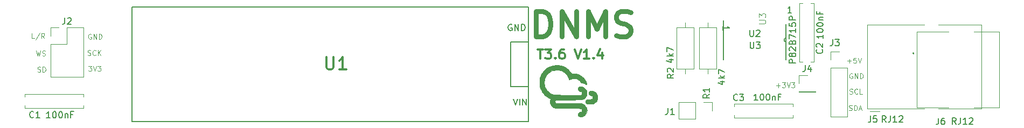
<source format=gbr>
G04 #@! TF.GenerationSoftware,KiCad,Pcbnew,(5.1.5)-3*
G04 #@! TF.CreationDate,2020-08-25T13:18:29+02:00*
G04 #@! TF.ProjectId,DNMS,444e4d53-2e6b-4696-9361-645f70636258,0.9.0*
G04 #@! TF.SameCoordinates,Original*
G04 #@! TF.FileFunction,Legend,Top*
G04 #@! TF.FilePolarity,Positive*
%FSLAX46Y46*%
G04 Gerber Fmt 4.6, Leading zero omitted, Abs format (unit mm)*
G04 Created by KiCad (PCBNEW (5.1.5)-3) date 2020-08-25 13:18:29*
%MOMM*%
%LPD*%
G04 APERTURE LIST*
%ADD10C,0.150000*%
%ADD11C,0.200000*%
%ADD12C,0.100000*%
%ADD13C,0.300000*%
%ADD14C,0.750000*%
%ADD15C,0.120000*%
%ADD16C,0.127000*%
%ADD17C,0.152400*%
%ADD18C,0.010000*%
%ADD19C,0.015000*%
G04 APERTURE END LIST*
D10*
X196781230Y-93566240D02*
X196447897Y-93090050D01*
X196209801Y-93566240D02*
X196209801Y-92566240D01*
X196590754Y-92566240D01*
X196685992Y-92613860D01*
X196733611Y-92661479D01*
X196781230Y-92756717D01*
X196781230Y-92899574D01*
X196733611Y-92994812D01*
X196685992Y-93042431D01*
X196590754Y-93090050D01*
X196209801Y-93090050D01*
X197495516Y-92566240D02*
X197495516Y-93280526D01*
X197447897Y-93423383D01*
X197352659Y-93518621D01*
X197209801Y-93566240D01*
X197114563Y-93566240D01*
X198495516Y-93566240D02*
X197924087Y-93566240D01*
X198209801Y-93566240D02*
X198209801Y-92566240D01*
X198114563Y-92709098D01*
X198019325Y-92804336D01*
X197924087Y-92851955D01*
X198876468Y-92661479D02*
X198924087Y-92613860D01*
X199019325Y-92566240D01*
X199257420Y-92566240D01*
X199352659Y-92613860D01*
X199400278Y-92661479D01*
X199447897Y-92756717D01*
X199447897Y-92851955D01*
X199400278Y-92994812D01*
X198828849Y-93566240D01*
X199447897Y-93566240D01*
D11*
X138198361Y-89876380D02*
X138531695Y-90876380D01*
X138865028Y-89876380D01*
X139198361Y-90876380D02*
X139198361Y-89876380D01*
X139674552Y-90876380D02*
X139674552Y-89876380D01*
X140245980Y-90876380D01*
X140245980Y-89876380D01*
X137972895Y-78189200D02*
X137877657Y-78141580D01*
X137734800Y-78141580D01*
X137591942Y-78189200D01*
X137496704Y-78284438D01*
X137449085Y-78379676D01*
X137401466Y-78570152D01*
X137401466Y-78713009D01*
X137449085Y-78903485D01*
X137496704Y-78998723D01*
X137591942Y-79093961D01*
X137734800Y-79141580D01*
X137830038Y-79141580D01*
X137972895Y-79093961D01*
X138020514Y-79046342D01*
X138020514Y-78713009D01*
X137830038Y-78713009D01*
X138449085Y-79141580D02*
X138449085Y-78141580D01*
X139020514Y-79141580D01*
X139020514Y-78141580D01*
X139496704Y-79141580D02*
X139496704Y-78141580D01*
X139734800Y-78141580D01*
X139877657Y-78189200D01*
X139972895Y-78284438D01*
X140020514Y-78379676D01*
X140068133Y-78570152D01*
X140068133Y-78713009D01*
X140020514Y-78903485D01*
X139972895Y-78998723D01*
X139877657Y-79093961D01*
X139734800Y-79141580D01*
X139496704Y-79141580D01*
D10*
X181946514Y-76322180D02*
X181375085Y-76322180D01*
X181660800Y-76322180D02*
X181660800Y-75322180D01*
X181565561Y-75465038D01*
X181470323Y-75560276D01*
X181375085Y-75607895D01*
X171200819Y-79051114D02*
X171200819Y-78479685D01*
X171200819Y-78765400D02*
X172200819Y-78765400D01*
X172057961Y-78670161D01*
X171962723Y-78574923D01*
X171915104Y-78479685D01*
D12*
X179565476Y-87788742D02*
X180175000Y-87788742D01*
X179870238Y-88093504D02*
X179870238Y-87483980D01*
X180479761Y-87293504D02*
X180975000Y-87293504D01*
X180708333Y-87598266D01*
X180822619Y-87598266D01*
X180898809Y-87636361D01*
X180936904Y-87674457D01*
X180975000Y-87750647D01*
X180975000Y-87941123D01*
X180936904Y-88017314D01*
X180898809Y-88055409D01*
X180822619Y-88093504D01*
X180594047Y-88093504D01*
X180517857Y-88055409D01*
X180479761Y-88017314D01*
X181203571Y-87293504D02*
X181470238Y-88093504D01*
X181736904Y-87293504D01*
X181927380Y-87293504D02*
X182422619Y-87293504D01*
X182155952Y-87598266D01*
X182270238Y-87598266D01*
X182346428Y-87636361D01*
X182384523Y-87674457D01*
X182422619Y-87750647D01*
X182422619Y-87941123D01*
X182384523Y-88017314D01*
X182346428Y-88055409D01*
X182270238Y-88093504D01*
X182041666Y-88093504D01*
X181965476Y-88055409D01*
X181927380Y-88017314D01*
X62953971Y-80371904D02*
X62573019Y-80371904D01*
X62573019Y-79571904D01*
X63792066Y-79533809D02*
X63106352Y-80562380D01*
X64515876Y-80371904D02*
X64249209Y-79990952D01*
X64058733Y-80371904D02*
X64058733Y-79571904D01*
X64363495Y-79571904D01*
X64439685Y-79610000D01*
X64477780Y-79648095D01*
X64515876Y-79724285D01*
X64515876Y-79838571D01*
X64477780Y-79914761D01*
X64439685Y-79952857D01*
X64363495Y-79990952D01*
X64058733Y-79990952D01*
X63233390Y-82315104D02*
X63423866Y-83115104D01*
X63576247Y-82543676D01*
X63728628Y-83115104D01*
X63919104Y-82315104D01*
X64185771Y-83077009D02*
X64300057Y-83115104D01*
X64490533Y-83115104D01*
X64566723Y-83077009D01*
X64604819Y-83038914D01*
X64642914Y-82962723D01*
X64642914Y-82886533D01*
X64604819Y-82810342D01*
X64566723Y-82772247D01*
X64490533Y-82734152D01*
X64338152Y-82696057D01*
X64261961Y-82657961D01*
X64223866Y-82619866D01*
X64185771Y-82543676D01*
X64185771Y-82467485D01*
X64223866Y-82391295D01*
X64261961Y-82353200D01*
X64338152Y-82315104D01*
X64528628Y-82315104D01*
X64642914Y-82353200D01*
X63455628Y-85617009D02*
X63569914Y-85655104D01*
X63760390Y-85655104D01*
X63836580Y-85617009D01*
X63874676Y-85578914D01*
X63912771Y-85502723D01*
X63912771Y-85426533D01*
X63874676Y-85350342D01*
X63836580Y-85312247D01*
X63760390Y-85274152D01*
X63608009Y-85236057D01*
X63531819Y-85197961D01*
X63493723Y-85159866D01*
X63455628Y-85083676D01*
X63455628Y-85007485D01*
X63493723Y-84931295D01*
X63531819Y-84893200D01*
X63608009Y-84855104D01*
X63798485Y-84855104D01*
X63912771Y-84893200D01*
X64255628Y-85655104D02*
X64255628Y-84855104D01*
X64446104Y-84855104D01*
X64560390Y-84893200D01*
X64636580Y-84969390D01*
X64674676Y-85045580D01*
X64712771Y-85197961D01*
X64712771Y-85312247D01*
X64674676Y-85464628D01*
X64636580Y-85540819D01*
X64560390Y-85617009D01*
X64446104Y-85655104D01*
X64255628Y-85655104D01*
D13*
X142029514Y-82084171D02*
X142886657Y-82084171D01*
X142458085Y-83584171D02*
X142458085Y-82084171D01*
X143243800Y-82084171D02*
X144172371Y-82084171D01*
X143672371Y-82655600D01*
X143886657Y-82655600D01*
X144029514Y-82727028D01*
X144100942Y-82798457D01*
X144172371Y-82941314D01*
X144172371Y-83298457D01*
X144100942Y-83441314D01*
X144029514Y-83512742D01*
X143886657Y-83584171D01*
X143458085Y-83584171D01*
X143315228Y-83512742D01*
X143243800Y-83441314D01*
X144815228Y-83441314D02*
X144886657Y-83512742D01*
X144815228Y-83584171D01*
X144743800Y-83512742D01*
X144815228Y-83441314D01*
X144815228Y-83584171D01*
X146172371Y-82084171D02*
X145886657Y-82084171D01*
X145743800Y-82155600D01*
X145672371Y-82227028D01*
X145529514Y-82441314D01*
X145458085Y-82727028D01*
X145458085Y-83298457D01*
X145529514Y-83441314D01*
X145600942Y-83512742D01*
X145743800Y-83584171D01*
X146029514Y-83584171D01*
X146172371Y-83512742D01*
X146243800Y-83441314D01*
X146315228Y-83298457D01*
X146315228Y-82941314D01*
X146243800Y-82798457D01*
X146172371Y-82727028D01*
X146029514Y-82655600D01*
X145743800Y-82655600D01*
X145600942Y-82727028D01*
X145529514Y-82798457D01*
X145458085Y-82941314D01*
X147886657Y-82084171D02*
X148386657Y-83584171D01*
X148886657Y-82084171D01*
X150172371Y-83584171D02*
X149315228Y-83584171D01*
X149743800Y-83584171D02*
X149743800Y-82084171D01*
X149600942Y-82298457D01*
X149458085Y-82441314D01*
X149315228Y-82512742D01*
X150815228Y-83441314D02*
X150886657Y-83512742D01*
X150815228Y-83584171D01*
X150743800Y-83512742D01*
X150815228Y-83441314D01*
X150815228Y-83584171D01*
X152172371Y-82584171D02*
X152172371Y-83584171D01*
X151815228Y-82012742D02*
X151458085Y-83084171D01*
X152386657Y-83084171D01*
D12*
X71450323Y-84728104D02*
X71945561Y-84728104D01*
X71678895Y-85032866D01*
X71793180Y-85032866D01*
X71869371Y-85070961D01*
X71907466Y-85109057D01*
X71945561Y-85185247D01*
X71945561Y-85375723D01*
X71907466Y-85451914D01*
X71869371Y-85490009D01*
X71793180Y-85528104D01*
X71564609Y-85528104D01*
X71488419Y-85490009D01*
X71450323Y-85451914D01*
X72174133Y-84728104D02*
X72440800Y-85528104D01*
X72707466Y-84728104D01*
X72897942Y-84728104D02*
X73393180Y-84728104D01*
X73126514Y-85032866D01*
X73240800Y-85032866D01*
X73316990Y-85070961D01*
X73355085Y-85109057D01*
X73393180Y-85185247D01*
X73393180Y-85375723D01*
X73355085Y-85451914D01*
X73316990Y-85490009D01*
X73240800Y-85528104D01*
X73012228Y-85528104D01*
X72936038Y-85490009D01*
X72897942Y-85451914D01*
X71336028Y-83000809D02*
X71450314Y-83038904D01*
X71640790Y-83038904D01*
X71716980Y-83000809D01*
X71755076Y-82962714D01*
X71793171Y-82886523D01*
X71793171Y-82810333D01*
X71755076Y-82734142D01*
X71716980Y-82696047D01*
X71640790Y-82657952D01*
X71488409Y-82619857D01*
X71412219Y-82581761D01*
X71374123Y-82543666D01*
X71336028Y-82467476D01*
X71336028Y-82391285D01*
X71374123Y-82315095D01*
X71412219Y-82277000D01*
X71488409Y-82238904D01*
X71678885Y-82238904D01*
X71793171Y-82277000D01*
X72593171Y-82962714D02*
X72555076Y-83000809D01*
X72440790Y-83038904D01*
X72364600Y-83038904D01*
X72250314Y-83000809D01*
X72174123Y-82924619D01*
X72136028Y-82848428D01*
X72097933Y-82696047D01*
X72097933Y-82581761D01*
X72136028Y-82429380D01*
X72174123Y-82353190D01*
X72250314Y-82277000D01*
X72364600Y-82238904D01*
X72440790Y-82238904D01*
X72555076Y-82277000D01*
X72593171Y-82315095D01*
X72936028Y-83038904D02*
X72936028Y-82238904D01*
X73393171Y-83038904D02*
X73050314Y-82581761D01*
X73393171Y-82238904D02*
X72936028Y-82696047D01*
X71856676Y-79711600D02*
X71780485Y-79673504D01*
X71666200Y-79673504D01*
X71551914Y-79711600D01*
X71475723Y-79787790D01*
X71437628Y-79863980D01*
X71399533Y-80016361D01*
X71399533Y-80130647D01*
X71437628Y-80283028D01*
X71475723Y-80359219D01*
X71551914Y-80435409D01*
X71666200Y-80473504D01*
X71742390Y-80473504D01*
X71856676Y-80435409D01*
X71894771Y-80397314D01*
X71894771Y-80130647D01*
X71742390Y-80130647D01*
X72237628Y-80473504D02*
X72237628Y-79673504D01*
X72694771Y-80473504D01*
X72694771Y-79673504D01*
X73075723Y-80473504D02*
X73075723Y-79673504D01*
X73266200Y-79673504D01*
X73380485Y-79711600D01*
X73456676Y-79787790D01*
X73494771Y-79863980D01*
X73532866Y-80016361D01*
X73532866Y-80130647D01*
X73494771Y-80283028D01*
X73456676Y-80359219D01*
X73380485Y-80435409D01*
X73266200Y-80473504D01*
X73075723Y-80473504D01*
X190996691Y-91654589D02*
X191110977Y-91692684D01*
X191301453Y-91692684D01*
X191377643Y-91654589D01*
X191415739Y-91616494D01*
X191453834Y-91540303D01*
X191453834Y-91464113D01*
X191415739Y-91387922D01*
X191377643Y-91349827D01*
X191301453Y-91311732D01*
X191149072Y-91273637D01*
X191072881Y-91235541D01*
X191034786Y-91197446D01*
X190996691Y-91121256D01*
X190996691Y-91045065D01*
X191034786Y-90968875D01*
X191072881Y-90930780D01*
X191149072Y-90892684D01*
X191339548Y-90892684D01*
X191453834Y-90930780D01*
X191796691Y-91692684D02*
X191796691Y-90892684D01*
X191987167Y-90892684D01*
X192101453Y-90930780D01*
X192177643Y-91006970D01*
X192215739Y-91083160D01*
X192253834Y-91235541D01*
X192253834Y-91349827D01*
X192215739Y-91502208D01*
X192177643Y-91578399D01*
X192101453Y-91654589D01*
X191987167Y-91692684D01*
X191796691Y-91692684D01*
X192558596Y-91464113D02*
X192939548Y-91464113D01*
X192482405Y-91692684D02*
X192749072Y-90892684D01*
X193015739Y-91692684D01*
X191066539Y-89066329D02*
X191180824Y-89104424D01*
X191371300Y-89104424D01*
X191447491Y-89066329D01*
X191485586Y-89028234D01*
X191523681Y-88952043D01*
X191523681Y-88875853D01*
X191485586Y-88799662D01*
X191447491Y-88761567D01*
X191371300Y-88723472D01*
X191218920Y-88685377D01*
X191142729Y-88647281D01*
X191104634Y-88609186D01*
X191066539Y-88532996D01*
X191066539Y-88456805D01*
X191104634Y-88380615D01*
X191142729Y-88342520D01*
X191218920Y-88304424D01*
X191409396Y-88304424D01*
X191523681Y-88342520D01*
X192323681Y-89028234D02*
X192285586Y-89066329D01*
X192171300Y-89104424D01*
X192095110Y-89104424D01*
X191980824Y-89066329D01*
X191904634Y-88990139D01*
X191866539Y-88913948D01*
X191828443Y-88761567D01*
X191828443Y-88647281D01*
X191866539Y-88494900D01*
X191904634Y-88418710D01*
X191980824Y-88342520D01*
X192095110Y-88304424D01*
X192171300Y-88304424D01*
X192285586Y-88342520D01*
X192323681Y-88380615D01*
X193047491Y-89104424D02*
X192666539Y-89104424D01*
X192666539Y-88304424D01*
X191510996Y-85906660D02*
X191434805Y-85868564D01*
X191320520Y-85868564D01*
X191206234Y-85906660D01*
X191130043Y-85982850D01*
X191091948Y-86059040D01*
X191053853Y-86211421D01*
X191053853Y-86325707D01*
X191091948Y-86478088D01*
X191130043Y-86554279D01*
X191206234Y-86630469D01*
X191320520Y-86668564D01*
X191396710Y-86668564D01*
X191510996Y-86630469D01*
X191549091Y-86592374D01*
X191549091Y-86325707D01*
X191396710Y-86325707D01*
X191891948Y-86668564D02*
X191891948Y-85868564D01*
X192349091Y-86668564D01*
X192349091Y-85868564D01*
X192730043Y-86668564D02*
X192730043Y-85868564D01*
X192920520Y-85868564D01*
X193034805Y-85906660D01*
X193110996Y-85982850D01*
X193149091Y-86059040D01*
X193187186Y-86211421D01*
X193187186Y-86325707D01*
X193149091Y-86478088D01*
X193110996Y-86554279D01*
X193034805Y-86630469D01*
X192920520Y-86668564D01*
X192730043Y-86668564D01*
X190736348Y-83927942D02*
X191345872Y-83927942D01*
X191041110Y-84232704D02*
X191041110Y-83623180D01*
X192107777Y-83432704D02*
X191726824Y-83432704D01*
X191688729Y-83813657D01*
X191726824Y-83775561D01*
X191803015Y-83737466D01*
X191993491Y-83737466D01*
X192069681Y-83775561D01*
X192107777Y-83813657D01*
X192145872Y-83889847D01*
X192145872Y-84080323D01*
X192107777Y-84156514D01*
X192069681Y-84194609D01*
X191993491Y-84232704D01*
X191803015Y-84232704D01*
X191726824Y-84194609D01*
X191688729Y-84156514D01*
X192374443Y-83432704D02*
X192641110Y-84232704D01*
X192907777Y-83432704D01*
D14*
X141815466Y-80066923D02*
X141815466Y-76066923D01*
X142767847Y-76066923D01*
X143339276Y-76257400D01*
X143720228Y-76638352D01*
X143910704Y-77019304D01*
X144101180Y-77781209D01*
X144101180Y-78352638D01*
X143910704Y-79114542D01*
X143720228Y-79495495D01*
X143339276Y-79876447D01*
X142767847Y-80066923D01*
X141815466Y-80066923D01*
X145815466Y-80066923D02*
X145815466Y-76066923D01*
X148101180Y-80066923D01*
X148101180Y-76066923D01*
X150005942Y-80066923D02*
X150005942Y-76066923D01*
X151339276Y-78924066D01*
X152672609Y-76066923D01*
X152672609Y-80066923D01*
X154386895Y-79876447D02*
X154958323Y-80066923D01*
X155910704Y-80066923D01*
X156291657Y-79876447D01*
X156482133Y-79685971D01*
X156672609Y-79305019D01*
X156672609Y-78924066D01*
X156482133Y-78543114D01*
X156291657Y-78352638D01*
X155910704Y-78162161D01*
X155148800Y-77971685D01*
X154767847Y-77781209D01*
X154577371Y-77590733D01*
X154386895Y-77209780D01*
X154386895Y-76828828D01*
X154577371Y-76447876D01*
X154767847Y-76257400D01*
X155148800Y-76066923D01*
X156101180Y-76066923D01*
X156672609Y-76257400D01*
D12*
X206602480Y-91298280D02*
X201602480Y-91298280D01*
X201602480Y-91298280D02*
X201602480Y-79298280D01*
X201602480Y-79298280D02*
X206602480Y-79298280D01*
X210602480Y-91298280D02*
X214602480Y-91298280D01*
X214602480Y-91298280D02*
X214602480Y-79298280D01*
X214602480Y-79298280D02*
X210602480Y-79298280D01*
D11*
X201102480Y-82798280D02*
X201102480Y-82798280D01*
X201102480Y-82598280D02*
X201102480Y-82598280D01*
X201102480Y-82598280D02*
G75*
G03X201102480Y-82798280I0J-100000D01*
G01*
X201102480Y-82798280D02*
G75*
G03X201102480Y-82598280I0J100000D01*
G01*
D15*
X193834380Y-91418140D02*
X193834380Y-78218140D01*
X193834380Y-78218140D02*
X202854380Y-78218140D01*
D12*
X211714380Y-78218140D02*
X211834380Y-78218140D01*
D15*
X211834380Y-78218140D02*
X205054380Y-78218140D01*
D12*
X211824380Y-78218140D02*
X211834380Y-78218140D01*
D15*
X211834380Y-78218140D02*
X211834380Y-91418140D01*
X211834380Y-91418140D02*
X205054380Y-91418140D01*
D12*
X202784380Y-91418140D02*
X202854380Y-91418140D01*
D15*
X202854380Y-91418140D02*
X193834380Y-91418140D01*
X195834380Y-91888140D02*
X194304380Y-91888140D01*
D16*
X140585800Y-75429600D02*
X78285800Y-75429600D01*
X78285800Y-75429600D02*
X78285800Y-93429600D01*
X78285800Y-93429600D02*
X140585800Y-93429600D01*
X140585800Y-93429600D02*
X140585800Y-75429600D01*
D17*
X140535800Y-80929600D02*
X137835800Y-80929600D01*
X137835800Y-80929600D02*
X137835800Y-87929600D01*
X137835800Y-87929600D02*
X140535800Y-87929600D01*
D15*
X183099400Y-86147600D02*
X184429400Y-86147600D01*
X183099400Y-87477600D02*
X183099400Y-86147600D01*
X183099400Y-88747600D02*
X185759400Y-88747600D01*
X185759400Y-88747600D02*
X185759400Y-88807600D01*
X183099400Y-88747600D02*
X183099400Y-88807600D01*
X183099400Y-88807600D02*
X185759400Y-88807600D01*
X172942200Y-90650200D02*
X182182200Y-90650200D01*
X172942200Y-92890200D02*
X182182200Y-92890200D01*
X172942200Y-90650200D02*
X172942200Y-91105200D01*
X172942200Y-92435200D02*
X172942200Y-92890200D01*
X182182200Y-90650200D02*
X182182200Y-91105200D01*
X182182200Y-92435200D02*
X182182200Y-92890200D01*
X183207800Y-84080400D02*
X183207800Y-74840400D01*
X185447800Y-84080400D02*
X185447800Y-74840400D01*
X183207800Y-84080400D02*
X183662800Y-84080400D01*
X184992800Y-84080400D02*
X185447800Y-84080400D01*
X183207800Y-74840400D02*
X183662800Y-74840400D01*
X184992800Y-74840400D02*
X185447800Y-74840400D01*
X70669200Y-91347400D02*
X61429200Y-91347400D01*
X70669200Y-89107400D02*
X61429200Y-89107400D01*
X70669200Y-91347400D02*
X70669200Y-90892400D01*
X70669200Y-89562400D02*
X70669200Y-89107400D01*
X61429200Y-91347400D02*
X61429200Y-90892400D01*
X61429200Y-89562400D02*
X61429200Y-89107400D01*
X65472000Y-78680000D02*
X66802000Y-78680000D01*
X65472000Y-80010000D02*
X65472000Y-78680000D01*
X68072000Y-78680000D02*
X70672000Y-78680000D01*
X68072000Y-81280000D02*
X68072000Y-78680000D01*
X65472000Y-81280000D02*
X68072000Y-81280000D01*
X70672000Y-78680000D02*
X70672000Y-86420000D01*
X65472000Y-81280000D02*
X65472000Y-86420000D01*
X65472000Y-86420000D02*
X70672000Y-86420000D01*
D18*
G36*
X150645429Y-88633740D02*
G01*
X150761483Y-88672012D01*
X150987414Y-88780127D01*
X151167540Y-88919529D01*
X151316516Y-89102100D01*
X151343053Y-89143528D01*
X151377482Y-89210671D01*
X151400380Y-89289588D01*
X151414816Y-89396584D01*
X151423860Y-89547968D01*
X151425086Y-89579396D01*
X151427066Y-89782801D01*
X151413032Y-89940347D01*
X151378765Y-90068572D01*
X151320047Y-90184011D01*
X151244085Y-90289050D01*
X151163277Y-90386765D01*
X151096138Y-90454704D01*
X151021535Y-90510392D01*
X150918334Y-90571355D01*
X150874425Y-90595604D01*
X150806744Y-90630562D01*
X150743835Y-90655035D01*
X150671966Y-90671211D01*
X150577406Y-90681276D01*
X150446426Y-90687419D01*
X150271175Y-90691707D01*
X150104259Y-90693029D01*
X149955778Y-90690356D01*
X149839477Y-90684213D01*
X149769103Y-90675125D01*
X149759622Y-90672175D01*
X149656093Y-90596387D01*
X149586647Y-90482656D01*
X149555067Y-90348846D01*
X149565139Y-90212820D01*
X149620648Y-90092444D01*
X149633413Y-90076507D01*
X149668982Y-90038488D01*
X149706856Y-90012464D01*
X149759969Y-89995385D01*
X149841258Y-89984203D01*
X149963659Y-89975866D01*
X150085851Y-89969852D01*
X150301053Y-89955732D01*
X150460659Y-89933541D01*
X150572456Y-89899082D01*
X150644231Y-89848155D01*
X150683768Y-89776563D01*
X150698854Y-89680107D01*
X150699800Y-89638819D01*
X150672801Y-89518833D01*
X150600914Y-89425744D01*
X150497801Y-89374122D01*
X150446126Y-89368300D01*
X150346587Y-89350398D01*
X150262120Y-89312750D01*
X150151492Y-89226616D01*
X150090580Y-89133804D01*
X150067315Y-89012979D01*
X150065856Y-88965799D01*
X150069489Y-88863960D01*
X150090243Y-88797976D01*
X150140416Y-88740386D01*
X150183159Y-88703861D01*
X150313875Y-88628955D01*
X150465747Y-88605703D01*
X150645429Y-88633740D01*
G37*
X150645429Y-88633740D02*
X150761483Y-88672012D01*
X150987414Y-88780127D01*
X151167540Y-88919529D01*
X151316516Y-89102100D01*
X151343053Y-89143528D01*
X151377482Y-89210671D01*
X151400380Y-89289588D01*
X151414816Y-89396584D01*
X151423860Y-89547968D01*
X151425086Y-89579396D01*
X151427066Y-89782801D01*
X151413032Y-89940347D01*
X151378765Y-90068572D01*
X151320047Y-90184011D01*
X151244085Y-90289050D01*
X151163277Y-90386765D01*
X151096138Y-90454704D01*
X151021535Y-90510392D01*
X150918334Y-90571355D01*
X150874425Y-90595604D01*
X150806744Y-90630562D01*
X150743835Y-90655035D01*
X150671966Y-90671211D01*
X150577406Y-90681276D01*
X150446426Y-90687419D01*
X150271175Y-90691707D01*
X150104259Y-90693029D01*
X149955778Y-90690356D01*
X149839477Y-90684213D01*
X149769103Y-90675125D01*
X149759622Y-90672175D01*
X149656093Y-90596387D01*
X149586647Y-90482656D01*
X149555067Y-90348846D01*
X149565139Y-90212820D01*
X149620648Y-90092444D01*
X149633413Y-90076507D01*
X149668982Y-90038488D01*
X149706856Y-90012464D01*
X149759969Y-89995385D01*
X149841258Y-89984203D01*
X149963659Y-89975866D01*
X150085851Y-89969852D01*
X150301053Y-89955732D01*
X150460659Y-89933541D01*
X150572456Y-89899082D01*
X150644231Y-89848155D01*
X150683768Y-89776563D01*
X150698854Y-89680107D01*
X150699800Y-89638819D01*
X150672801Y-89518833D01*
X150600914Y-89425744D01*
X150497801Y-89374122D01*
X150446126Y-89368300D01*
X150346587Y-89350398D01*
X150262120Y-89312750D01*
X150151492Y-89226616D01*
X150090580Y-89133804D01*
X150067315Y-89012979D01*
X150065856Y-88965799D01*
X150069489Y-88863960D01*
X150090243Y-88797976D01*
X150140416Y-88740386D01*
X150183159Y-88703861D01*
X150313875Y-88628955D01*
X150465747Y-88605703D01*
X150645429Y-88633740D01*
G36*
X145323959Y-84613785D02*
G01*
X145572561Y-84636623D01*
X145786919Y-84672640D01*
X145955714Y-84720161D01*
X146022696Y-84749368D01*
X146092621Y-84782081D01*
X146136859Y-84796097D01*
X146137216Y-84796104D01*
X146174244Y-84811125D01*
X146252235Y-84851196D01*
X146357457Y-84909111D01*
X146414399Y-84941590D01*
X146636402Y-85089034D01*
X146859445Y-85271646D01*
X147064931Y-85472369D01*
X147234260Y-85674149D01*
X147272887Y-85728851D01*
X147409754Y-85932147D01*
X147713339Y-85930727D01*
X147904246Y-85936491D01*
X148092030Y-85953917D01*
X148259861Y-85980583D01*
X148390908Y-86014069D01*
X148443657Y-86035781D01*
X148500056Y-86063429D01*
X148589620Y-86105470D01*
X148647784Y-86132195D01*
X148727139Y-86175548D01*
X148829992Y-86241610D01*
X148944125Y-86321235D01*
X149057318Y-86405275D01*
X149157353Y-86484581D01*
X149232011Y-86550007D01*
X149269073Y-86592403D01*
X149271050Y-86598819D01*
X149290690Y-86635939D01*
X149338755Y-86695464D01*
X149346550Y-86703997D01*
X149411268Y-86788867D01*
X149487053Y-86910429D01*
X149563897Y-87049800D01*
X149631794Y-87188099D01*
X149680735Y-87306443D01*
X149698498Y-87368050D01*
X149723177Y-87466433D01*
X149753860Y-87549281D01*
X149754488Y-87550564D01*
X149776583Y-87615165D01*
X149756993Y-87639394D01*
X149692734Y-87623786D01*
X149598702Y-87578502D01*
X149426880Y-87491214D01*
X149288513Y-87432033D01*
X149164344Y-87393660D01*
X149052356Y-87371440D01*
X148931175Y-87341992D01*
X148855839Y-87295699D01*
X148833770Y-87269314D01*
X148700012Y-87099473D01*
X148550771Y-86960316D01*
X148370406Y-86839610D01*
X148143273Y-86725117D01*
X148131023Y-86719611D01*
X148067190Y-86704963D01*
X147957848Y-86693453D01*
X147820967Y-86686627D01*
X147734148Y-86685425D01*
X147560775Y-86688923D01*
X147427541Y-86703180D01*
X147311288Y-86733836D01*
X147188860Y-86786533D01*
X147075401Y-86845902D01*
X147004118Y-86881842D01*
X146969066Y-86879232D01*
X146951694Y-86828600D01*
X146943205Y-86778397D01*
X146908230Y-86655521D01*
X146842673Y-86501974D01*
X146756219Y-86336187D01*
X146658555Y-86176586D01*
X146559369Y-86041600D01*
X146550182Y-86030683D01*
X146379183Y-85853786D01*
X146187607Y-85694552D01*
X145995515Y-85568846D01*
X145913028Y-85526885D01*
X145815670Y-85481849D01*
X145736169Y-85443768D01*
X145709773Y-85430418D01*
X145609336Y-85395612D01*
X145461090Y-85368065D01*
X145280477Y-85349394D01*
X145082935Y-85341216D01*
X144891904Y-85344728D01*
X144584578Y-85379443D01*
X144313459Y-85453447D01*
X144060968Y-85572273D01*
X143949425Y-85641388D01*
X143827972Y-85733938D01*
X143695671Y-85853822D01*
X143567544Y-85985469D01*
X143458611Y-86113306D01*
X143383893Y-86221763D01*
X143376721Y-86235092D01*
X143337069Y-86306695D01*
X143307784Y-86349642D01*
X143305259Y-86352050D01*
X143279002Y-86394191D01*
X143241090Y-86479462D01*
X143198195Y-86590195D01*
X143156987Y-86708721D01*
X143124137Y-86817371D01*
X143113471Y-86860050D01*
X143093896Y-86990786D01*
X143084201Y-87152879D01*
X143083598Y-87331787D01*
X143091302Y-87512964D01*
X143106527Y-87681866D01*
X143128486Y-87823951D01*
X143156395Y-87924674D01*
X143172662Y-87955425D01*
X143198924Y-88004602D01*
X143232893Y-88084131D01*
X143238364Y-88098300D01*
X143349576Y-88319614D01*
X143509764Y-88540391D01*
X143705873Y-88746503D01*
X143924849Y-88923824D01*
X144101224Y-89032060D01*
X144189355Y-89078142D01*
X144269539Y-89117940D01*
X144346984Y-89151914D01*
X144426898Y-89180526D01*
X144514488Y-89204236D01*
X144614960Y-89223504D01*
X144733524Y-89238792D01*
X144875386Y-89250559D01*
X145045753Y-89259266D01*
X145249834Y-89265375D01*
X145492835Y-89269345D01*
X145779964Y-89271637D01*
X146116429Y-89272712D01*
X146507436Y-89273030D01*
X146825684Y-89273050D01*
X148849027Y-89273050D01*
X148933038Y-89195191D01*
X148991292Y-89123731D01*
X149014714Y-89036612D01*
X149017050Y-88978475D01*
X148994508Y-88847260D01*
X148924599Y-88755060D01*
X148803892Y-88698337D01*
X148730943Y-88683271D01*
X148572999Y-88629740D01*
X148485237Y-88564330D01*
X148421521Y-88495265D01*
X148391341Y-88427946D01*
X148383122Y-88333134D01*
X148383106Y-88306384D01*
X148399959Y-88165724D01*
X148455416Y-88063600D01*
X148560090Y-87983704D01*
X148609659Y-87958286D01*
X148671024Y-87932022D01*
X148725382Y-87921149D01*
X148791944Y-87926086D01*
X148889920Y-87947252D01*
X148964365Y-87966015D01*
X149223559Y-88059602D01*
X149434853Y-88194421D01*
X149596962Y-88368834D01*
X149708599Y-88581203D01*
X149768479Y-88829888D01*
X149779050Y-89003933D01*
X149775767Y-89127624D01*
X149767026Y-89225327D01*
X149754488Y-89280979D01*
X149749742Y-89287415D01*
X149722070Y-89329072D01*
X149700917Y-89394394D01*
X149660892Y-89483310D01*
X149582542Y-89592465D01*
X149479962Y-89706260D01*
X149367245Y-89809093D01*
X149258487Y-89885365D01*
X149256152Y-89886678D01*
X149201447Y-89916007D01*
X149146677Y-89941198D01*
X149086781Y-89962568D01*
X149016696Y-89980428D01*
X148931359Y-89995093D01*
X148825709Y-90006876D01*
X148694681Y-90016091D01*
X148533214Y-90023051D01*
X148336244Y-90028071D01*
X148098711Y-90031463D01*
X147815550Y-90033542D01*
X147481699Y-90034620D01*
X147092097Y-90035013D01*
X146861123Y-90035050D01*
X144930572Y-90035050D01*
X144846561Y-90112908D01*
X144779847Y-90214523D01*
X144760982Y-90337951D01*
X144790946Y-90462161D01*
X144827491Y-90521795D01*
X144892432Y-90604355D01*
X146946803Y-90613390D01*
X149001175Y-90622425D01*
X149198876Y-90728887D01*
X149416316Y-90877562D01*
X149585336Y-91058392D01*
X149704660Y-91263283D01*
X149773012Y-91484140D01*
X149789116Y-91712868D01*
X149751695Y-91941371D01*
X149659473Y-92161556D01*
X149511173Y-92365327D01*
X149464475Y-92413450D01*
X149305879Y-92541683D01*
X149135011Y-92622900D01*
X148935642Y-92663182D01*
X148779209Y-92670300D01*
X148657111Y-92667986D01*
X148578715Y-92657288D01*
X148524281Y-92632569D01*
X148474070Y-92588191D01*
X148467365Y-92581250D01*
X148412119Y-92509321D01*
X148387064Y-92427980D01*
X148382050Y-92333190D01*
X148401036Y-92198584D01*
X148462401Y-92096003D01*
X148572749Y-92018651D01*
X148738686Y-91959731D01*
X148747175Y-91957506D01*
X148855006Y-91922829D01*
X148940109Y-91883318D01*
X148977362Y-91854524D01*
X149005713Y-91778806D01*
X149015970Y-91672084D01*
X149007410Y-91564434D01*
X148985970Y-91496802D01*
X148969726Y-91471169D01*
X148947368Y-91449192D01*
X148914217Y-91430590D01*
X148865594Y-91415082D01*
X148796820Y-91402390D01*
X148703216Y-91392232D01*
X148580103Y-91384328D01*
X148422801Y-91378398D01*
X148226633Y-91374163D01*
X147986918Y-91371341D01*
X147698979Y-91369653D01*
X147358135Y-91368819D01*
X146959708Y-91368558D01*
X146844107Y-91368550D01*
X146420718Y-91368449D01*
X146055840Y-91367854D01*
X145744482Y-91366321D01*
X145481656Y-91363408D01*
X145262372Y-91358671D01*
X145081640Y-91351668D01*
X144934470Y-91341957D01*
X144815875Y-91329094D01*
X144720863Y-91312637D01*
X144644445Y-91292143D01*
X144581632Y-91267170D01*
X144527434Y-91237275D01*
X144476862Y-91202015D01*
X144424926Y-91160948D01*
X144415221Y-91153046D01*
X144275559Y-91031604D01*
X144180495Y-90928587D01*
X144119356Y-90831154D01*
X144092938Y-90765300D01*
X144061376Y-90683407D01*
X144031876Y-90628163D01*
X144028464Y-90624012D01*
X144010275Y-90570853D01*
X144001254Y-90473203D01*
X144000783Y-90349313D01*
X144008243Y-90217432D01*
X144023015Y-90095813D01*
X144044480Y-90002705D01*
X144050034Y-89987870D01*
X144078799Y-89912315D01*
X144090651Y-89867170D01*
X144089722Y-89862484D01*
X144057788Y-89846586D01*
X143985903Y-89812995D01*
X143921175Y-89783352D01*
X143666541Y-89646837D01*
X143412051Y-89472789D01*
X143173131Y-89274048D01*
X142965205Y-89063453D01*
X142803697Y-88853845D01*
X142802735Y-88852363D01*
X142749406Y-88771843D01*
X142710073Y-88715636D01*
X142698775Y-88701550D01*
X142677727Y-88666649D01*
X142638725Y-88590811D01*
X142592465Y-88495175D01*
X142541087Y-88387279D01*
X142496680Y-88295898D01*
X142471637Y-88246202D01*
X142432310Y-88136440D01*
X142399959Y-87976565D01*
X142375187Y-87779643D01*
X142358601Y-87558741D01*
X142350804Y-87326924D01*
X142352402Y-87097260D01*
X142364000Y-86882813D01*
X142386202Y-86696652D01*
X142397177Y-86637790D01*
X142501076Y-86292873D01*
X142662025Y-85959817D01*
X142873719Y-85646164D01*
X143129853Y-85359460D01*
X143424125Y-85107247D01*
X143750228Y-84897070D01*
X143925309Y-84809160D01*
X144143702Y-84722583D01*
X144368654Y-84662035D01*
X144615990Y-84624661D01*
X144901531Y-84607607D01*
X145052431Y-84605799D01*
X145323959Y-84613785D01*
G37*
X145323959Y-84613785D02*
X145572561Y-84636623D01*
X145786919Y-84672640D01*
X145955714Y-84720161D01*
X146022696Y-84749368D01*
X146092621Y-84782081D01*
X146136859Y-84796097D01*
X146137216Y-84796104D01*
X146174244Y-84811125D01*
X146252235Y-84851196D01*
X146357457Y-84909111D01*
X146414399Y-84941590D01*
X146636402Y-85089034D01*
X146859445Y-85271646D01*
X147064931Y-85472369D01*
X147234260Y-85674149D01*
X147272887Y-85728851D01*
X147409754Y-85932147D01*
X147713339Y-85930727D01*
X147904246Y-85936491D01*
X148092030Y-85953917D01*
X148259861Y-85980583D01*
X148390908Y-86014069D01*
X148443657Y-86035781D01*
X148500056Y-86063429D01*
X148589620Y-86105470D01*
X148647784Y-86132195D01*
X148727139Y-86175548D01*
X148829992Y-86241610D01*
X148944125Y-86321235D01*
X149057318Y-86405275D01*
X149157353Y-86484581D01*
X149232011Y-86550007D01*
X149269073Y-86592403D01*
X149271050Y-86598819D01*
X149290690Y-86635939D01*
X149338755Y-86695464D01*
X149346550Y-86703997D01*
X149411268Y-86788867D01*
X149487053Y-86910429D01*
X149563897Y-87049800D01*
X149631794Y-87188099D01*
X149680735Y-87306443D01*
X149698498Y-87368050D01*
X149723177Y-87466433D01*
X149753860Y-87549281D01*
X149754488Y-87550564D01*
X149776583Y-87615165D01*
X149756993Y-87639394D01*
X149692734Y-87623786D01*
X149598702Y-87578502D01*
X149426880Y-87491214D01*
X149288513Y-87432033D01*
X149164344Y-87393660D01*
X149052356Y-87371440D01*
X148931175Y-87341992D01*
X148855839Y-87295699D01*
X148833770Y-87269314D01*
X148700012Y-87099473D01*
X148550771Y-86960316D01*
X148370406Y-86839610D01*
X148143273Y-86725117D01*
X148131023Y-86719611D01*
X148067190Y-86704963D01*
X147957848Y-86693453D01*
X147820967Y-86686627D01*
X147734148Y-86685425D01*
X147560775Y-86688923D01*
X147427541Y-86703180D01*
X147311288Y-86733836D01*
X147188860Y-86786533D01*
X147075401Y-86845902D01*
X147004118Y-86881842D01*
X146969066Y-86879232D01*
X146951694Y-86828600D01*
X146943205Y-86778397D01*
X146908230Y-86655521D01*
X146842673Y-86501974D01*
X146756219Y-86336187D01*
X146658555Y-86176586D01*
X146559369Y-86041600D01*
X146550182Y-86030683D01*
X146379183Y-85853786D01*
X146187607Y-85694552D01*
X145995515Y-85568846D01*
X145913028Y-85526885D01*
X145815670Y-85481849D01*
X145736169Y-85443768D01*
X145709773Y-85430418D01*
X145609336Y-85395612D01*
X145461090Y-85368065D01*
X145280477Y-85349394D01*
X145082935Y-85341216D01*
X144891904Y-85344728D01*
X144584578Y-85379443D01*
X144313459Y-85453447D01*
X144060968Y-85572273D01*
X143949425Y-85641388D01*
X143827972Y-85733938D01*
X143695671Y-85853822D01*
X143567544Y-85985469D01*
X143458611Y-86113306D01*
X143383893Y-86221763D01*
X143376721Y-86235092D01*
X143337069Y-86306695D01*
X143307784Y-86349642D01*
X143305259Y-86352050D01*
X143279002Y-86394191D01*
X143241090Y-86479462D01*
X143198195Y-86590195D01*
X143156987Y-86708721D01*
X143124137Y-86817371D01*
X143113471Y-86860050D01*
X143093896Y-86990786D01*
X143084201Y-87152879D01*
X143083598Y-87331787D01*
X143091302Y-87512964D01*
X143106527Y-87681866D01*
X143128486Y-87823951D01*
X143156395Y-87924674D01*
X143172662Y-87955425D01*
X143198924Y-88004602D01*
X143232893Y-88084131D01*
X143238364Y-88098300D01*
X143349576Y-88319614D01*
X143509764Y-88540391D01*
X143705873Y-88746503D01*
X143924849Y-88923824D01*
X144101224Y-89032060D01*
X144189355Y-89078142D01*
X144269539Y-89117940D01*
X144346984Y-89151914D01*
X144426898Y-89180526D01*
X144514488Y-89204236D01*
X144614960Y-89223504D01*
X144733524Y-89238792D01*
X144875386Y-89250559D01*
X145045753Y-89259266D01*
X145249834Y-89265375D01*
X145492835Y-89269345D01*
X145779964Y-89271637D01*
X146116429Y-89272712D01*
X146507436Y-89273030D01*
X146825684Y-89273050D01*
X148849027Y-89273050D01*
X148933038Y-89195191D01*
X148991292Y-89123731D01*
X149014714Y-89036612D01*
X149017050Y-88978475D01*
X148994508Y-88847260D01*
X148924599Y-88755060D01*
X148803892Y-88698337D01*
X148730943Y-88683271D01*
X148572999Y-88629740D01*
X148485237Y-88564330D01*
X148421521Y-88495265D01*
X148391341Y-88427946D01*
X148383122Y-88333134D01*
X148383106Y-88306384D01*
X148399959Y-88165724D01*
X148455416Y-88063600D01*
X148560090Y-87983704D01*
X148609659Y-87958286D01*
X148671024Y-87932022D01*
X148725382Y-87921149D01*
X148791944Y-87926086D01*
X148889920Y-87947252D01*
X148964365Y-87966015D01*
X149223559Y-88059602D01*
X149434853Y-88194421D01*
X149596962Y-88368834D01*
X149708599Y-88581203D01*
X149768479Y-88829888D01*
X149779050Y-89003933D01*
X149775767Y-89127624D01*
X149767026Y-89225327D01*
X149754488Y-89280979D01*
X149749742Y-89287415D01*
X149722070Y-89329072D01*
X149700917Y-89394394D01*
X149660892Y-89483310D01*
X149582542Y-89592465D01*
X149479962Y-89706260D01*
X149367245Y-89809093D01*
X149258487Y-89885365D01*
X149256152Y-89886678D01*
X149201447Y-89916007D01*
X149146677Y-89941198D01*
X149086781Y-89962568D01*
X149016696Y-89980428D01*
X148931359Y-89995093D01*
X148825709Y-90006876D01*
X148694681Y-90016091D01*
X148533214Y-90023051D01*
X148336244Y-90028071D01*
X148098711Y-90031463D01*
X147815550Y-90033542D01*
X147481699Y-90034620D01*
X147092097Y-90035013D01*
X146861123Y-90035050D01*
X144930572Y-90035050D01*
X144846561Y-90112908D01*
X144779847Y-90214523D01*
X144760982Y-90337951D01*
X144790946Y-90462161D01*
X144827491Y-90521795D01*
X144892432Y-90604355D01*
X146946803Y-90613390D01*
X149001175Y-90622425D01*
X149198876Y-90728887D01*
X149416316Y-90877562D01*
X149585336Y-91058392D01*
X149704660Y-91263283D01*
X149773012Y-91484140D01*
X149789116Y-91712868D01*
X149751695Y-91941371D01*
X149659473Y-92161556D01*
X149511173Y-92365327D01*
X149464475Y-92413450D01*
X149305879Y-92541683D01*
X149135011Y-92622900D01*
X148935642Y-92663182D01*
X148779209Y-92670300D01*
X148657111Y-92667986D01*
X148578715Y-92657288D01*
X148524281Y-92632569D01*
X148474070Y-92588191D01*
X148467365Y-92581250D01*
X148412119Y-92509321D01*
X148387064Y-92427980D01*
X148382050Y-92333190D01*
X148401036Y-92198584D01*
X148462401Y-92096003D01*
X148572749Y-92018651D01*
X148738686Y-91959731D01*
X148747175Y-91957506D01*
X148855006Y-91922829D01*
X148940109Y-91883318D01*
X148977362Y-91854524D01*
X149005713Y-91778806D01*
X149015970Y-91672084D01*
X149007410Y-91564434D01*
X148985970Y-91496802D01*
X148969726Y-91471169D01*
X148947368Y-91449192D01*
X148914217Y-91430590D01*
X148865594Y-91415082D01*
X148796820Y-91402390D01*
X148703216Y-91392232D01*
X148580103Y-91384328D01*
X148422801Y-91378398D01*
X148226633Y-91374163D01*
X147986918Y-91371341D01*
X147698979Y-91369653D01*
X147358135Y-91368819D01*
X146959708Y-91368558D01*
X146844107Y-91368550D01*
X146420718Y-91368449D01*
X146055840Y-91367854D01*
X145744482Y-91366321D01*
X145481656Y-91363408D01*
X145262372Y-91358671D01*
X145081640Y-91351668D01*
X144934470Y-91341957D01*
X144815875Y-91329094D01*
X144720863Y-91312637D01*
X144644445Y-91292143D01*
X144581632Y-91267170D01*
X144527434Y-91237275D01*
X144476862Y-91202015D01*
X144424926Y-91160948D01*
X144415221Y-91153046D01*
X144275559Y-91031604D01*
X144180495Y-90928587D01*
X144119356Y-90831154D01*
X144092938Y-90765300D01*
X144061376Y-90683407D01*
X144031876Y-90628163D01*
X144028464Y-90624012D01*
X144010275Y-90570853D01*
X144001254Y-90473203D01*
X144000783Y-90349313D01*
X144008243Y-90217432D01*
X144023015Y-90095813D01*
X144044480Y-90002705D01*
X144050034Y-89987870D01*
X144078799Y-89912315D01*
X144090651Y-89867170D01*
X144089722Y-89862484D01*
X144057788Y-89846586D01*
X143985903Y-89812995D01*
X143921175Y-89783352D01*
X143666541Y-89646837D01*
X143412051Y-89472789D01*
X143173131Y-89274048D01*
X142965205Y-89063453D01*
X142803697Y-88853845D01*
X142802735Y-88852363D01*
X142749406Y-88771843D01*
X142710073Y-88715636D01*
X142698775Y-88701550D01*
X142677727Y-88666649D01*
X142638725Y-88590811D01*
X142592465Y-88495175D01*
X142541087Y-88387279D01*
X142496680Y-88295898D01*
X142471637Y-88246202D01*
X142432310Y-88136440D01*
X142399959Y-87976565D01*
X142375187Y-87779643D01*
X142358601Y-87558741D01*
X142350804Y-87326924D01*
X142352402Y-87097260D01*
X142364000Y-86882813D01*
X142386202Y-86696652D01*
X142397177Y-86637790D01*
X142501076Y-86292873D01*
X142662025Y-85959817D01*
X142873719Y-85646164D01*
X143129853Y-85359460D01*
X143424125Y-85107247D01*
X143750228Y-84897070D01*
X143925309Y-84809160D01*
X144143702Y-84722583D01*
X144368654Y-84662035D01*
X144615990Y-84624661D01*
X144901531Y-84607607D01*
X145052431Y-84605799D01*
X145323959Y-84613785D01*
D15*
X188084400Y-82413800D02*
X189414400Y-82413800D01*
X188084400Y-83743800D02*
X188084400Y-82413800D01*
X188084400Y-85013800D02*
X190744400Y-85013800D01*
X190744400Y-85013800D02*
X190744400Y-92693800D01*
X188084400Y-85013800D02*
X188084400Y-92693800D01*
X188084400Y-92693800D02*
X190744400Y-92693800D01*
X169458400Y-90414800D02*
X169458400Y-91744800D01*
X168128400Y-90414800D02*
X169458400Y-90414800D01*
X166858400Y-90414800D02*
X166858400Y-93074800D01*
X166858400Y-93074800D02*
X164258400Y-93074800D01*
X166858400Y-90414800D02*
X164258400Y-90414800D01*
X164258400Y-90414800D02*
X164258400Y-93074800D01*
D17*
X171273800Y-77544600D02*
X171273800Y-83691400D01*
X181078200Y-83691400D02*
X181078200Y-80922800D01*
X181078200Y-80922800D02*
X181078200Y-80313200D01*
X181078200Y-80313200D02*
X181078200Y-78103400D01*
X181078200Y-80922800D02*
G75*
G02X181078200Y-80313200I0J304800D01*
G01*
D15*
X165254000Y-77848000D02*
X165254000Y-78618000D01*
X165254000Y-85928000D02*
X165254000Y-85158000D01*
X163884000Y-78618000D02*
X163884000Y-85158000D01*
X166624000Y-78618000D02*
X163884000Y-78618000D01*
X166624000Y-85158000D02*
X166624000Y-78618000D01*
X163884000Y-85158000D02*
X166624000Y-85158000D01*
X168810000Y-77848000D02*
X168810000Y-78618000D01*
X168810000Y-85928000D02*
X168810000Y-85158000D01*
X167440000Y-78618000D02*
X167440000Y-85158000D01*
X170180000Y-78618000D02*
X167440000Y-78618000D01*
X170180000Y-85158000D02*
X170180000Y-78618000D01*
X167440000Y-85158000D02*
X170180000Y-85158000D01*
D10*
X205033286Y-92921840D02*
X205033286Y-93636126D01*
X204985667Y-93778983D01*
X204890429Y-93874221D01*
X204747572Y-93921840D01*
X204652334Y-93921840D01*
X205938048Y-92921840D02*
X205747572Y-92921840D01*
X205652334Y-92969460D01*
X205604715Y-93017079D01*
X205509477Y-93159936D01*
X205461858Y-93350412D01*
X205461858Y-93731364D01*
X205509477Y-93826602D01*
X205557096Y-93874221D01*
X205652334Y-93921840D01*
X205842810Y-93921840D01*
X205938048Y-93874221D01*
X205985667Y-93826602D01*
X206033286Y-93731364D01*
X206033286Y-93493269D01*
X205985667Y-93398031D01*
X205938048Y-93350412D01*
X205842810Y-93302793D01*
X205652334Y-93302793D01*
X205557096Y-93350412D01*
X205509477Y-93398031D01*
X205461858Y-93493269D01*
X207794670Y-93871040D02*
X207461337Y-93394850D01*
X207223241Y-93871040D02*
X207223241Y-92871040D01*
X207604194Y-92871040D01*
X207699432Y-92918660D01*
X207747051Y-92966279D01*
X207794670Y-93061517D01*
X207794670Y-93204374D01*
X207747051Y-93299612D01*
X207699432Y-93347231D01*
X207604194Y-93394850D01*
X207223241Y-93394850D01*
X208508956Y-92871040D02*
X208508956Y-93585326D01*
X208461337Y-93728183D01*
X208366099Y-93823421D01*
X208223241Y-93871040D01*
X208128003Y-93871040D01*
X209508956Y-93871040D02*
X208937527Y-93871040D01*
X209223241Y-93871040D02*
X209223241Y-92871040D01*
X209128003Y-93013898D01*
X209032765Y-93109136D01*
X208937527Y-93156755D01*
X209889908Y-92966279D02*
X209937527Y-92918660D01*
X210032765Y-92871040D01*
X210270860Y-92871040D01*
X210366099Y-92918660D01*
X210413718Y-92966279D01*
X210461337Y-93061517D01*
X210461337Y-93156755D01*
X210413718Y-93299612D01*
X209842289Y-93871040D01*
X210461337Y-93871040D01*
X194375446Y-92566240D02*
X194375446Y-93280526D01*
X194327827Y-93423383D01*
X194232589Y-93518621D01*
X194089732Y-93566240D01*
X193994494Y-93566240D01*
X195327827Y-92566240D02*
X194851637Y-92566240D01*
X194804018Y-93042431D01*
X194851637Y-92994812D01*
X194946875Y-92947193D01*
X195184970Y-92947193D01*
X195280208Y-92994812D01*
X195327827Y-93042431D01*
X195375446Y-93137669D01*
X195375446Y-93375764D01*
X195327827Y-93471002D01*
X195280208Y-93518621D01*
X195184970Y-93566240D01*
X194946875Y-93566240D01*
X194851637Y-93518621D01*
X194804018Y-93471002D01*
D13*
X108839190Y-83283561D02*
X108839190Y-84902609D01*
X108934428Y-85093085D01*
X109029666Y-85188323D01*
X109220142Y-85283561D01*
X109601095Y-85283561D01*
X109791571Y-85188323D01*
X109886809Y-85093085D01*
X109982047Y-84902609D01*
X109982047Y-83283561D01*
X111982047Y-85283561D02*
X110839190Y-85283561D01*
X111410619Y-85283561D02*
X111410619Y-83283561D01*
X111220142Y-83569276D01*
X111029666Y-83759752D01*
X110839190Y-83854990D01*
D10*
X184096066Y-84599980D02*
X184096066Y-85314266D01*
X184048447Y-85457123D01*
X183953209Y-85552361D01*
X183810352Y-85599980D01*
X183715114Y-85599980D01*
X185000828Y-84933314D02*
X185000828Y-85599980D01*
X184762733Y-84552361D02*
X184524638Y-85266647D01*
X185143685Y-85266647D01*
D19*
X176871779Y-78027304D02*
X177681749Y-78027304D01*
X177777039Y-77979659D01*
X177824684Y-77932014D01*
X177872330Y-77836723D01*
X177872330Y-77646142D01*
X177824684Y-77550851D01*
X177777039Y-77503206D01*
X177681749Y-77455561D01*
X176871779Y-77455561D01*
X176871779Y-77074398D02*
X176871779Y-76455010D01*
X177252941Y-76788527D01*
X177252941Y-76645591D01*
X177300586Y-76550300D01*
X177348232Y-76502655D01*
X177443522Y-76455010D01*
X177681749Y-76455010D01*
X177777039Y-76502655D01*
X177824684Y-76550300D01*
X177872330Y-76645591D01*
X177872330Y-76931463D01*
X177824684Y-77026753D01*
X177777039Y-77074398D01*
D10*
X175437895Y-80935580D02*
X175437895Y-81745104D01*
X175485514Y-81840342D01*
X175533133Y-81887961D01*
X175628371Y-81935580D01*
X175818847Y-81935580D01*
X175914085Y-81887961D01*
X175961704Y-81840342D01*
X176009323Y-81745104D01*
X176009323Y-80935580D01*
X176390276Y-80935580D02*
X177009323Y-80935580D01*
X176675990Y-81316533D01*
X176818847Y-81316533D01*
X176914085Y-81364152D01*
X176961704Y-81411771D01*
X177009323Y-81507009D01*
X177009323Y-81745104D01*
X176961704Y-81840342D01*
X176914085Y-81887961D01*
X176818847Y-81935580D01*
X176533133Y-81935580D01*
X176437895Y-81887961D01*
X176390276Y-81840342D01*
X173460113Y-90054702D02*
X173412494Y-90102321D01*
X173269637Y-90149940D01*
X173174399Y-90149940D01*
X173031541Y-90102321D01*
X172936303Y-90007083D01*
X172888684Y-89911845D01*
X172841065Y-89721369D01*
X172841065Y-89578512D01*
X172888684Y-89388036D01*
X172936303Y-89292798D01*
X173031541Y-89197560D01*
X173174399Y-89149940D01*
X173269637Y-89149940D01*
X173412494Y-89197560D01*
X173460113Y-89245179D01*
X173793446Y-89149940D02*
X174412494Y-89149940D01*
X174079160Y-89530893D01*
X174222018Y-89530893D01*
X174317256Y-89578512D01*
X174364875Y-89626131D01*
X174412494Y-89721369D01*
X174412494Y-89959464D01*
X174364875Y-90054702D01*
X174317256Y-90102321D01*
X174222018Y-90149940D01*
X173936303Y-90149940D01*
X173841065Y-90102321D01*
X173793446Y-90054702D01*
X176630840Y-90116920D02*
X176059412Y-90116920D01*
X176345126Y-90116920D02*
X176345126Y-89116920D01*
X176249888Y-89259778D01*
X176154650Y-89355016D01*
X176059412Y-89402635D01*
X177249888Y-89116920D02*
X177345126Y-89116920D01*
X177440364Y-89164540D01*
X177487983Y-89212159D01*
X177535602Y-89307397D01*
X177583221Y-89497873D01*
X177583221Y-89735968D01*
X177535602Y-89926444D01*
X177487983Y-90021682D01*
X177440364Y-90069301D01*
X177345126Y-90116920D01*
X177249888Y-90116920D01*
X177154650Y-90069301D01*
X177107031Y-90021682D01*
X177059412Y-89926444D01*
X177011793Y-89735968D01*
X177011793Y-89497873D01*
X177059412Y-89307397D01*
X177107031Y-89212159D01*
X177154650Y-89164540D01*
X177249888Y-89116920D01*
X178202269Y-89116920D02*
X178297507Y-89116920D01*
X178392745Y-89164540D01*
X178440364Y-89212159D01*
X178487983Y-89307397D01*
X178535602Y-89497873D01*
X178535602Y-89735968D01*
X178487983Y-89926444D01*
X178440364Y-90021682D01*
X178392745Y-90069301D01*
X178297507Y-90116920D01*
X178202269Y-90116920D01*
X178107031Y-90069301D01*
X178059412Y-90021682D01*
X178011793Y-89926444D01*
X177964174Y-89735968D01*
X177964174Y-89497873D01*
X178011793Y-89307397D01*
X178059412Y-89212159D01*
X178107031Y-89164540D01*
X178202269Y-89116920D01*
X178964174Y-89450254D02*
X178964174Y-90116920D01*
X178964174Y-89545492D02*
X179011793Y-89497873D01*
X179107031Y-89450254D01*
X179249888Y-89450254D01*
X179345126Y-89497873D01*
X179392745Y-89593111D01*
X179392745Y-90116920D01*
X180202269Y-89593111D02*
X179868936Y-89593111D01*
X179868936Y-90116920D02*
X179868936Y-89116920D01*
X180345126Y-89116920D01*
X186749962Y-82112146D02*
X186797581Y-82159765D01*
X186845200Y-82302622D01*
X186845200Y-82397860D01*
X186797581Y-82540718D01*
X186702343Y-82635956D01*
X186607105Y-82683575D01*
X186416629Y-82731194D01*
X186273772Y-82731194D01*
X186083296Y-82683575D01*
X185988058Y-82635956D01*
X185892820Y-82540718D01*
X185845200Y-82397860D01*
X185845200Y-82302622D01*
X185892820Y-82159765D01*
X185940439Y-82112146D01*
X185940439Y-81731194D02*
X185892820Y-81683575D01*
X185845200Y-81588337D01*
X185845200Y-81350241D01*
X185892820Y-81255003D01*
X185940439Y-81207384D01*
X186035677Y-81159765D01*
X186130915Y-81159765D01*
X186273772Y-81207384D01*
X186845200Y-81778813D01*
X186845200Y-81159765D01*
X186911240Y-79799939D02*
X186911240Y-80371367D01*
X186911240Y-80085653D02*
X185911240Y-80085653D01*
X186054098Y-80180891D01*
X186149336Y-80276129D01*
X186196955Y-80371367D01*
X185911240Y-79180891D02*
X185911240Y-79085653D01*
X185958860Y-78990415D01*
X186006479Y-78942796D01*
X186101717Y-78895177D01*
X186292193Y-78847558D01*
X186530288Y-78847558D01*
X186720764Y-78895177D01*
X186816002Y-78942796D01*
X186863621Y-78990415D01*
X186911240Y-79085653D01*
X186911240Y-79180891D01*
X186863621Y-79276129D01*
X186816002Y-79323748D01*
X186720764Y-79371367D01*
X186530288Y-79418986D01*
X186292193Y-79418986D01*
X186101717Y-79371367D01*
X186006479Y-79323748D01*
X185958860Y-79276129D01*
X185911240Y-79180891D01*
X185911240Y-78228510D02*
X185911240Y-78133272D01*
X185958860Y-78038034D01*
X186006479Y-77990415D01*
X186101717Y-77942796D01*
X186292193Y-77895177D01*
X186530288Y-77895177D01*
X186720764Y-77942796D01*
X186816002Y-77990415D01*
X186863621Y-78038034D01*
X186911240Y-78133272D01*
X186911240Y-78228510D01*
X186863621Y-78323748D01*
X186816002Y-78371367D01*
X186720764Y-78418986D01*
X186530288Y-78466605D01*
X186292193Y-78466605D01*
X186101717Y-78418986D01*
X186006479Y-78371367D01*
X185958860Y-78323748D01*
X185911240Y-78228510D01*
X186244574Y-77466605D02*
X186911240Y-77466605D01*
X186339812Y-77466605D02*
X186292193Y-77418986D01*
X186244574Y-77323748D01*
X186244574Y-77180891D01*
X186292193Y-77085653D01*
X186387431Y-77038034D01*
X186911240Y-77038034D01*
X186387431Y-76228510D02*
X186387431Y-76561843D01*
X186911240Y-76561843D02*
X185911240Y-76561843D01*
X185911240Y-76085653D01*
X62817713Y-92759802D02*
X62770094Y-92807421D01*
X62627237Y-92855040D01*
X62531999Y-92855040D01*
X62389141Y-92807421D01*
X62293903Y-92712183D01*
X62246284Y-92616945D01*
X62198665Y-92426469D01*
X62198665Y-92283612D01*
X62246284Y-92093136D01*
X62293903Y-91997898D01*
X62389141Y-91902660D01*
X62531999Y-91855040D01*
X62627237Y-91855040D01*
X62770094Y-91902660D01*
X62817713Y-91950279D01*
X63770094Y-92855040D02*
X63198665Y-92855040D01*
X63484380Y-92855040D02*
X63484380Y-91855040D01*
X63389141Y-91997898D01*
X63293903Y-92093136D01*
X63198665Y-92140755D01*
X65427100Y-92888060D02*
X64855672Y-92888060D01*
X65141386Y-92888060D02*
X65141386Y-91888060D01*
X65046148Y-92030918D01*
X64950910Y-92126156D01*
X64855672Y-92173775D01*
X66046148Y-91888060D02*
X66141386Y-91888060D01*
X66236624Y-91935680D01*
X66284243Y-91983299D01*
X66331862Y-92078537D01*
X66379481Y-92269013D01*
X66379481Y-92507108D01*
X66331862Y-92697584D01*
X66284243Y-92792822D01*
X66236624Y-92840441D01*
X66141386Y-92888060D01*
X66046148Y-92888060D01*
X65950910Y-92840441D01*
X65903291Y-92792822D01*
X65855672Y-92697584D01*
X65808053Y-92507108D01*
X65808053Y-92269013D01*
X65855672Y-92078537D01*
X65903291Y-91983299D01*
X65950910Y-91935680D01*
X66046148Y-91888060D01*
X66998529Y-91888060D02*
X67093767Y-91888060D01*
X67189005Y-91935680D01*
X67236624Y-91983299D01*
X67284243Y-92078537D01*
X67331862Y-92269013D01*
X67331862Y-92507108D01*
X67284243Y-92697584D01*
X67236624Y-92792822D01*
X67189005Y-92840441D01*
X67093767Y-92888060D01*
X66998529Y-92888060D01*
X66903291Y-92840441D01*
X66855672Y-92792822D01*
X66808053Y-92697584D01*
X66760434Y-92507108D01*
X66760434Y-92269013D01*
X66808053Y-92078537D01*
X66855672Y-91983299D01*
X66903291Y-91935680D01*
X66998529Y-91888060D01*
X67760434Y-92221394D02*
X67760434Y-92888060D01*
X67760434Y-92316632D02*
X67808053Y-92269013D01*
X67903291Y-92221394D01*
X68046148Y-92221394D01*
X68141386Y-92269013D01*
X68189005Y-92364251D01*
X68189005Y-92888060D01*
X68998529Y-92364251D02*
X68665196Y-92364251D01*
X68665196Y-92888060D02*
X68665196Y-91888060D01*
X69141386Y-91888060D01*
X67738666Y-77132380D02*
X67738666Y-77846666D01*
X67691047Y-77989523D01*
X67595809Y-78084761D01*
X67452952Y-78132380D01*
X67357714Y-78132380D01*
X68167238Y-77227619D02*
X68214857Y-77180000D01*
X68310095Y-77132380D01*
X68548190Y-77132380D01*
X68643428Y-77180000D01*
X68691047Y-77227619D01*
X68738666Y-77322857D01*
X68738666Y-77418095D01*
X68691047Y-77560952D01*
X68119619Y-78132380D01*
X68738666Y-78132380D01*
X188429306Y-80539340D02*
X188429306Y-81253626D01*
X188381687Y-81396483D01*
X188286449Y-81491721D01*
X188143592Y-81539340D01*
X188048354Y-81539340D01*
X188810259Y-80539340D02*
X189429306Y-80539340D01*
X189095973Y-80920293D01*
X189238830Y-80920293D01*
X189334068Y-80967912D01*
X189381687Y-81015531D01*
X189429306Y-81110769D01*
X189429306Y-81348864D01*
X189381687Y-81444102D01*
X189334068Y-81491721D01*
X189238830Y-81539340D01*
X188953116Y-81539340D01*
X188857878Y-81491721D01*
X188810259Y-81444102D01*
X162516226Y-91341960D02*
X162516226Y-92056246D01*
X162468607Y-92199103D01*
X162373369Y-92294341D01*
X162230512Y-92341960D01*
X162135274Y-92341960D01*
X163516226Y-92341960D02*
X162944798Y-92341960D01*
X163230512Y-92341960D02*
X163230512Y-91341960D01*
X163135274Y-91484818D01*
X163040036Y-91580056D01*
X162944798Y-91627675D01*
X175412495Y-79055980D02*
X175412495Y-79865504D01*
X175460114Y-79960742D01*
X175507733Y-80008361D01*
X175602971Y-80055980D01*
X175793447Y-80055980D01*
X175888685Y-80008361D01*
X175936304Y-79960742D01*
X175983923Y-79865504D01*
X175983923Y-79055980D01*
X176412495Y-79151219D02*
X176460114Y-79103600D01*
X176555352Y-79055980D01*
X176793447Y-79055980D01*
X176888685Y-79103600D01*
X176936304Y-79151219D01*
X176983923Y-79246457D01*
X176983923Y-79341695D01*
X176936304Y-79484552D01*
X176364876Y-80055980D01*
X176983923Y-80055980D01*
X182595780Y-84211657D02*
X181595780Y-84211657D01*
X181595780Y-83830704D01*
X181643400Y-83735466D01*
X181691019Y-83687847D01*
X181786257Y-83640228D01*
X181929114Y-83640228D01*
X182024352Y-83687847D01*
X182071971Y-83735466D01*
X182119590Y-83830704D01*
X182119590Y-84211657D01*
X182024352Y-83068800D02*
X181976733Y-83164038D01*
X181929114Y-83211657D01*
X181833876Y-83259276D01*
X181786257Y-83259276D01*
X181691019Y-83211657D01*
X181643400Y-83164038D01*
X181595780Y-83068800D01*
X181595780Y-82878323D01*
X181643400Y-82783085D01*
X181691019Y-82735466D01*
X181786257Y-82687847D01*
X181833876Y-82687847D01*
X181929114Y-82735466D01*
X181976733Y-82783085D01*
X182024352Y-82878323D01*
X182024352Y-83068800D01*
X182071971Y-83164038D01*
X182119590Y-83211657D01*
X182214828Y-83259276D01*
X182405304Y-83259276D01*
X182500542Y-83211657D01*
X182548161Y-83164038D01*
X182595780Y-83068800D01*
X182595780Y-82878323D01*
X182548161Y-82783085D01*
X182500542Y-82735466D01*
X182405304Y-82687847D01*
X182214828Y-82687847D01*
X182119590Y-82735466D01*
X182071971Y-82783085D01*
X182024352Y-82878323D01*
X181691019Y-82306895D02*
X181643400Y-82259276D01*
X181595780Y-82164038D01*
X181595780Y-81925942D01*
X181643400Y-81830704D01*
X181691019Y-81783085D01*
X181786257Y-81735466D01*
X181881495Y-81735466D01*
X182024352Y-81783085D01*
X182595780Y-82354514D01*
X182595780Y-81735466D01*
X182071971Y-80973561D02*
X182119590Y-80830704D01*
X182167209Y-80783085D01*
X182262447Y-80735466D01*
X182405304Y-80735466D01*
X182500542Y-80783085D01*
X182548161Y-80830704D01*
X182595780Y-80925942D01*
X182595780Y-81306895D01*
X181595780Y-81306895D01*
X181595780Y-80973561D01*
X181643400Y-80878323D01*
X181691019Y-80830704D01*
X181786257Y-80783085D01*
X181881495Y-80783085D01*
X181976733Y-80830704D01*
X182024352Y-80878323D01*
X182071971Y-80973561D01*
X182071971Y-81306895D01*
X181595780Y-80402133D02*
X181595780Y-79735466D01*
X182595780Y-80164038D01*
X182595780Y-78830704D02*
X182595780Y-79402133D01*
X182595780Y-79116419D02*
X181595780Y-79116419D01*
X181738638Y-79211657D01*
X181833876Y-79306895D01*
X181881495Y-79402133D01*
X181595780Y-77925942D02*
X181595780Y-78402133D01*
X182071971Y-78449752D01*
X182024352Y-78402133D01*
X181976733Y-78306895D01*
X181976733Y-78068800D01*
X182024352Y-77973561D01*
X182071971Y-77925942D01*
X182167209Y-77878323D01*
X182405304Y-77878323D01*
X182500542Y-77925942D01*
X182548161Y-77973561D01*
X182595780Y-78068800D01*
X182595780Y-78306895D01*
X182548161Y-78402133D01*
X182500542Y-78449752D01*
X182595780Y-77449752D02*
X181595780Y-77449752D01*
X181595780Y-77068800D01*
X181643400Y-76973561D01*
X181691019Y-76925942D01*
X181786257Y-76878323D01*
X181929114Y-76878323D01*
X182024352Y-76925942D01*
X182071971Y-76973561D01*
X182119590Y-77068800D01*
X182119590Y-77449752D01*
X163403540Y-86016126D02*
X162927350Y-86349460D01*
X163403540Y-86587555D02*
X162403540Y-86587555D01*
X162403540Y-86206602D01*
X162451160Y-86111364D01*
X162498779Y-86063745D01*
X162594017Y-86016126D01*
X162736874Y-86016126D01*
X162832112Y-86063745D01*
X162879731Y-86111364D01*
X162927350Y-86206602D01*
X162927350Y-86587555D01*
X162498779Y-85635174D02*
X162451160Y-85587555D01*
X162403540Y-85492317D01*
X162403540Y-85254221D01*
X162451160Y-85158983D01*
X162498779Y-85111364D01*
X162594017Y-85063745D01*
X162689255Y-85063745D01*
X162832112Y-85111364D01*
X163403540Y-85682793D01*
X163403540Y-85063745D01*
X162686074Y-83697676D02*
X163352740Y-83697676D01*
X162305121Y-83935771D02*
X163019407Y-84173866D01*
X163019407Y-83554819D01*
X163352740Y-83173866D02*
X162352740Y-83173866D01*
X162971788Y-83078628D02*
X163352740Y-82792914D01*
X162686074Y-82792914D02*
X163067026Y-83173866D01*
X162352740Y-82459580D02*
X162352740Y-81792914D01*
X163352740Y-82221485D01*
X169065200Y-89170806D02*
X168589010Y-89504140D01*
X169065200Y-89742235D02*
X168065200Y-89742235D01*
X168065200Y-89361282D01*
X168112820Y-89266044D01*
X168160439Y-89218425D01*
X168255677Y-89170806D01*
X168398534Y-89170806D01*
X168493772Y-89218425D01*
X168541391Y-89266044D01*
X168589010Y-89361282D01*
X168589010Y-89742235D01*
X169065200Y-88218425D02*
X169065200Y-88789854D01*
X169065200Y-88504140D02*
X168065200Y-88504140D01*
X168208058Y-88599378D01*
X168303296Y-88694616D01*
X168350915Y-88789854D01*
X170773434Y-87154616D02*
X171440100Y-87154616D01*
X170392481Y-87392711D02*
X171106767Y-87630806D01*
X171106767Y-87011759D01*
X171440100Y-86630806D02*
X170440100Y-86630806D01*
X171059148Y-86535568D02*
X171440100Y-86249854D01*
X170773434Y-86249854D02*
X171154386Y-86630806D01*
X170440100Y-85916520D02*
X170440100Y-85249854D01*
X171440100Y-85678425D01*
M02*

</source>
